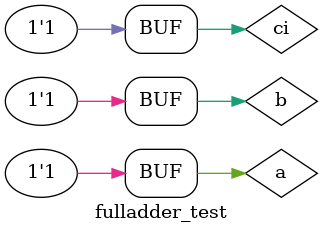
<source format=v>
`timescale 1ns / 1ps


module fulladder_test;

	// Inputs
	reg a;
	reg b;
	reg ci;

	// Outputs
	wire co;
	wire s;

	// Instantiate the Unit Under Test (UUT)
	fulladder uut (
		.co(co), 
		.s(s), 
		.a(a), 
		.b(b), 
		.ci(ci)
	);

	initial begin
		// Initialize Inputs
		a = 0;
		b = 0;
		ci = 0;

		// Wait 100 ns for global reset to finish
		#100;
		
		#100 a=1;
		#100 a=0; b=1;
		#100 a=1;
		#100 a=0; b=0; ci=1;
		#100 a=1;
		#100 a=0; b=1;
		#100 a=1;
        
		// Add stimulus here

	end
      
endmodule


</source>
